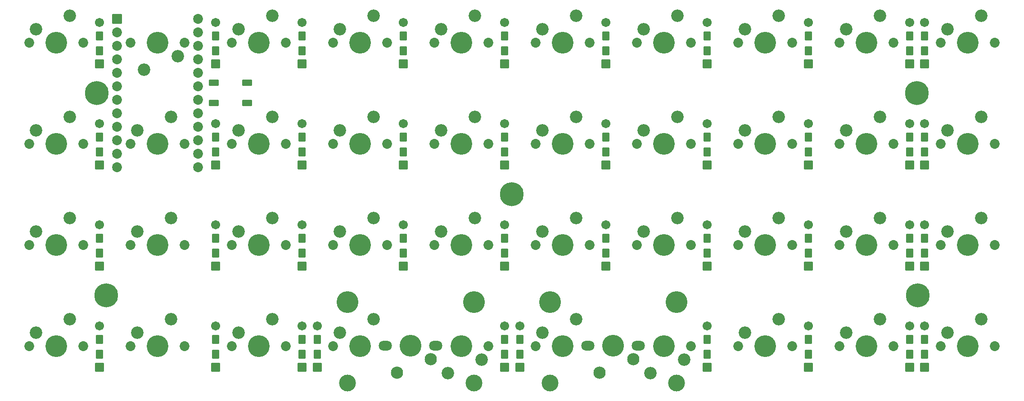
<source format=gbs>
G04 #@! TF.GenerationSoftware,KiCad,Pcbnew,(6.0.0)*
G04 #@! TF.CreationDate,2023-02-08T23:18:21+02:00*
G04 #@! TF.ProjectId,electrolyte,656c6563-7472-46f6-9c79-74652e6b6963,v1.fun*
G04 #@! TF.SameCoordinates,Original*
G04 #@! TF.FileFunction,Soldermask,Bot*
G04 #@! TF.FilePolarity,Negative*
%FSLAX46Y46*%
G04 Gerber Fmt 4.6, Leading zero omitted, Abs format (unit mm)*
G04 Created by KiCad (PCBNEW (6.0.0)) date 2023-02-08 23:18:21*
%MOMM*%
%LPD*%
G01*
G04 APERTURE LIST*
G04 Aperture macros list*
%AMRoundRect*
0 Rectangle with rounded corners*
0 $1 Rounding radius*
0 $2 $3 $4 $5 $6 $7 $8 $9 X,Y pos of 4 corners*
0 Add a 4 corners polygon primitive as box body*
4,1,4,$2,$3,$4,$5,$6,$7,$8,$9,$2,$3,0*
0 Add four circle primitives for the rounded corners*
1,1,$1+$1,$2,$3*
1,1,$1+$1,$4,$5*
1,1,$1+$1,$6,$7*
1,1,$1+$1,$8,$9*
0 Add four rect primitives between the rounded corners*
20,1,$1+$1,$2,$3,$4,$5,0*
20,1,$1+$1,$4,$5,$6,$7,0*
20,1,$1+$1,$6,$7,$8,$9,0*
20,1,$1+$1,$8,$9,$2,$3,0*%
G04 Aperture macros list end*
%ADD10RoundRect,0.051000X-0.600000X0.800000X-0.600000X-0.800000X0.600000X-0.800000X0.600000X0.800000X0*%
%ADD11RoundRect,0.051000X-0.800000X0.800000X-0.800000X-0.800000X0.800000X-0.800000X0.800000X0.800000X0*%
%ADD12C,1.702000*%
%ADD13C,1.852000*%
%ADD14C,4.089800*%
%ADD15C,2.352000*%
%ADD16RoundRect,0.051000X-0.876300X0.876300X-0.876300X-0.876300X0.876300X-0.876300X0.876300X0.876300X0*%
%ADD17C,1.854600*%
%ADD18C,4.502000*%
%ADD19C,4.102000*%
%ADD20O,2.482000X1.852000*%
%ADD21C,3.152000*%
%ADD22C,2.302000*%
%ADD23RoundRect,0.051000X0.850000X0.500000X-0.850000X0.500000X-0.850000X-0.500000X0.850000X-0.500000X0*%
G04 APERTURE END LIST*
D10*
X34067750Y-27212750D03*
D11*
X34067750Y-29712750D03*
D12*
X34067750Y-21912750D03*
D10*
X34067750Y-24412750D03*
D11*
X34067750Y-48762750D03*
D10*
X34067750Y-46262750D03*
X34067750Y-43462750D03*
D12*
X34067750Y-40962750D03*
D11*
X34067750Y-67812750D03*
D10*
X34067750Y-65312750D03*
X34067750Y-62512750D03*
D12*
X34067750Y-60012750D03*
D10*
X34067750Y-84362750D03*
D11*
X34067750Y-86862750D03*
D10*
X34067750Y-81562750D03*
D12*
X34067750Y-79062750D03*
D10*
X55911750Y-27212750D03*
D11*
X55911750Y-29712750D03*
D10*
X55911750Y-24412750D03*
D12*
X55911750Y-21912750D03*
D11*
X55911750Y-48762750D03*
D10*
X55911750Y-46262750D03*
D12*
X55911750Y-40962750D03*
D10*
X55911750Y-43462750D03*
X55911750Y-65312750D03*
D11*
X55911750Y-67812750D03*
D10*
X55911750Y-62512750D03*
D12*
X55911750Y-60012750D03*
D10*
X55911750Y-84362750D03*
D11*
X55911750Y-86862750D03*
D10*
X55911750Y-81562750D03*
D12*
X55911750Y-79062750D03*
D10*
X72167750Y-27212750D03*
D11*
X72167750Y-29712750D03*
D12*
X72167750Y-21912750D03*
D10*
X72167750Y-24412750D03*
D11*
X72167750Y-48762750D03*
D10*
X72167750Y-46262750D03*
X72167750Y-43462750D03*
D12*
X72167750Y-40962750D03*
D10*
X72167750Y-65312750D03*
D11*
X72167750Y-67812750D03*
D10*
X72167750Y-62512750D03*
D12*
X72167750Y-60012750D03*
D11*
X72167750Y-86862750D03*
D10*
X72167750Y-84362750D03*
X72167750Y-81562750D03*
D12*
X72167750Y-79062750D03*
D10*
X91217750Y-27212750D03*
D11*
X91217750Y-29712750D03*
D12*
X91217750Y-21912750D03*
D10*
X91217750Y-24412750D03*
D11*
X91217750Y-48762750D03*
D10*
X91217750Y-46262750D03*
D12*
X91217750Y-40962750D03*
D10*
X91217750Y-43462750D03*
D11*
X91217750Y-67812750D03*
D10*
X91217750Y-65312750D03*
D12*
X91217750Y-60012750D03*
D10*
X91217750Y-62512750D03*
X75000000Y-84362750D03*
D11*
X75000000Y-86862750D03*
D10*
X75000000Y-81562750D03*
D12*
X75000000Y-79062750D03*
D10*
X110267750Y-27212750D03*
D11*
X110267750Y-29712750D03*
D10*
X110267750Y-24412750D03*
D12*
X110267750Y-21912750D03*
D11*
X110267750Y-48762750D03*
D10*
X110267750Y-46262750D03*
X110267750Y-43462750D03*
D12*
X110267750Y-40962750D03*
D10*
X110267750Y-65312750D03*
D11*
X110267750Y-67812750D03*
D10*
X110267750Y-62512750D03*
D12*
X110267750Y-60012750D03*
D11*
X110267750Y-86862750D03*
D10*
X110267750Y-84362750D03*
X110267750Y-81562750D03*
D12*
X110267750Y-79062750D03*
D11*
X129317750Y-29712750D03*
D10*
X129317750Y-27212750D03*
X129317750Y-24412750D03*
D12*
X129317750Y-21912750D03*
D11*
X129317750Y-48762750D03*
D10*
X129317750Y-46262750D03*
X129317750Y-43462750D03*
D12*
X129317750Y-40962750D03*
D11*
X129317750Y-67812750D03*
D10*
X129317750Y-65312750D03*
X129317750Y-62512750D03*
D12*
X129317750Y-60012750D03*
D10*
X113100000Y-84362750D03*
D11*
X113100000Y-86862750D03*
D10*
X113100000Y-81562750D03*
D12*
X113100000Y-79062750D03*
D10*
X148367750Y-27212750D03*
D11*
X148367750Y-29712750D03*
D10*
X148367750Y-24412750D03*
D12*
X148367750Y-21912750D03*
D11*
X148367750Y-48762750D03*
D10*
X148367750Y-46262750D03*
X148367750Y-43462750D03*
D12*
X148367750Y-40962750D03*
D11*
X148367750Y-67812750D03*
D10*
X148367750Y-65312750D03*
D12*
X148367750Y-60012750D03*
D10*
X148367750Y-62512750D03*
X148367750Y-84362750D03*
D11*
X148367750Y-86862750D03*
D10*
X148367750Y-81562750D03*
D12*
X148367750Y-79062750D03*
D11*
X167417750Y-29712750D03*
D10*
X167417750Y-27212750D03*
X167417750Y-24412750D03*
D12*
X167417750Y-21912750D03*
D10*
X167417750Y-46262750D03*
D11*
X167417750Y-48762750D03*
D12*
X167417750Y-40962750D03*
D10*
X167417750Y-43462750D03*
X167417750Y-65312750D03*
D11*
X167417750Y-67812750D03*
D12*
X167417750Y-60012750D03*
D10*
X167417750Y-62512750D03*
X167417750Y-84362750D03*
D11*
X167417750Y-86862750D03*
D12*
X167417750Y-79062750D03*
D10*
X167417750Y-81562750D03*
D11*
X186467750Y-29712750D03*
D10*
X186467750Y-27212750D03*
X186467750Y-24412750D03*
D12*
X186467750Y-21912750D03*
D10*
X186467750Y-46262750D03*
D11*
X186467750Y-48762750D03*
D12*
X186467750Y-40962750D03*
D10*
X186467750Y-43462750D03*
D11*
X186467750Y-67812750D03*
D10*
X186467750Y-65312750D03*
D12*
X186467750Y-60012750D03*
D10*
X186467750Y-62512750D03*
X186467750Y-84362750D03*
D11*
X186467750Y-86862750D03*
D10*
X186467750Y-81562750D03*
D12*
X186467750Y-79062750D03*
D11*
X189261750Y-29712750D03*
D10*
X189261750Y-27212750D03*
X189261750Y-24412750D03*
D12*
X189261750Y-21912750D03*
D11*
X189261750Y-48762750D03*
D10*
X189261750Y-46262750D03*
D12*
X189261750Y-40962750D03*
D10*
X189261750Y-43462750D03*
D11*
X189261750Y-67812750D03*
D10*
X189261750Y-65312750D03*
D12*
X189261750Y-60012750D03*
D10*
X189261750Y-62512750D03*
D11*
X189261750Y-86862750D03*
D10*
X189261750Y-84362750D03*
X189261750Y-81562750D03*
D12*
X189261750Y-79062750D03*
D13*
X20859750Y-25685750D03*
X31019750Y-25685750D03*
D14*
X25939750Y-25685750D03*
D15*
X22129750Y-23145750D03*
X28479750Y-20605750D03*
D13*
X20859750Y-44735750D03*
X31019750Y-44735750D03*
D14*
X25939750Y-44735750D03*
D15*
X22129750Y-42195750D03*
X28479750Y-39655750D03*
D14*
X25939750Y-63785750D03*
D13*
X31019750Y-63785750D03*
X20859750Y-63785750D03*
D15*
X22129750Y-61245750D03*
X28479750Y-58705750D03*
D13*
X31019750Y-82835750D03*
X20859750Y-82835750D03*
D14*
X25939750Y-82835750D03*
D15*
X22129750Y-80295750D03*
X28479750Y-77755750D03*
D13*
X50069750Y-25685750D03*
X39909750Y-25685750D03*
D14*
X44989750Y-25685750D03*
D15*
X48799750Y-28225750D03*
X42449750Y-30765750D03*
D13*
X39909750Y-44735750D03*
X50069750Y-44735750D03*
D14*
X44989750Y-44735750D03*
D15*
X41179750Y-42195750D03*
X47529750Y-39655750D03*
D13*
X39909750Y-63785750D03*
D14*
X44989750Y-63785750D03*
D13*
X50069750Y-63785750D03*
D15*
X41179750Y-61245750D03*
X47529750Y-58705750D03*
D14*
X44989750Y-82835750D03*
D13*
X39909750Y-82835750D03*
X50069750Y-82835750D03*
D15*
X41179750Y-80295750D03*
X47529750Y-77755750D03*
D13*
X69119750Y-25685750D03*
D14*
X64039750Y-25685750D03*
D13*
X58959750Y-25685750D03*
D15*
X60229750Y-23145750D03*
X66579750Y-20605750D03*
D13*
X69119750Y-44735750D03*
X58959750Y-44735750D03*
D14*
X64039750Y-44735750D03*
D15*
X60229750Y-42195750D03*
X66579750Y-39655750D03*
D14*
X64039750Y-63785750D03*
D13*
X58959750Y-63785750D03*
X69119750Y-63785750D03*
D15*
X60229750Y-61245750D03*
X66579750Y-58705750D03*
D13*
X69119750Y-82835750D03*
D14*
X64039750Y-82835750D03*
D13*
X58959750Y-82835750D03*
D15*
X60229750Y-80295750D03*
X66579750Y-77755750D03*
D14*
X83089750Y-25685750D03*
D13*
X88169750Y-25685750D03*
X78009750Y-25685750D03*
D15*
X79279750Y-23145750D03*
X85629750Y-20605750D03*
D13*
X78009750Y-44735750D03*
D14*
X83089750Y-44735750D03*
D13*
X88169750Y-44735750D03*
D15*
X79279750Y-42195750D03*
X85629750Y-39655750D03*
D13*
X78009750Y-63785750D03*
X88169750Y-63785750D03*
D14*
X83089750Y-63785750D03*
D15*
X79279750Y-61245750D03*
X85629750Y-58705750D03*
D14*
X83089750Y-82835750D03*
D13*
X78009750Y-82835750D03*
D15*
X79279750Y-80295750D03*
X85629750Y-77755750D03*
D14*
X102139750Y-25685750D03*
D13*
X107219750Y-25685750D03*
X97059750Y-25685750D03*
D15*
X98329750Y-23145750D03*
X104679750Y-20605750D03*
X104679750Y-39655750D03*
X98329750Y-42195750D03*
D14*
X102139750Y-44735750D03*
D13*
X107219750Y-44735750D03*
X97059750Y-44735750D03*
X107219750Y-63785750D03*
X97059750Y-63785750D03*
D14*
X102139750Y-63785750D03*
D15*
X98329750Y-61245750D03*
X104679750Y-58705750D03*
D14*
X102139750Y-82835750D03*
D13*
X107219750Y-82835750D03*
D15*
X105949750Y-85375750D03*
X99599750Y-87915750D03*
D13*
X126269750Y-25685750D03*
X116109750Y-25685750D03*
D14*
X121189750Y-25685750D03*
D15*
X117379750Y-23145750D03*
X123729750Y-20605750D03*
D14*
X121189750Y-44735750D03*
D13*
X126269750Y-44735750D03*
X116109750Y-44735750D03*
D15*
X117379750Y-42195750D03*
X123729750Y-39655750D03*
D14*
X121189750Y-63785750D03*
D13*
X116109750Y-63785750D03*
X126269750Y-63785750D03*
D15*
X117379750Y-61245750D03*
X123729750Y-58705750D03*
D13*
X116109750Y-82835750D03*
D14*
X121189750Y-82835750D03*
D15*
X117379750Y-80295750D03*
X123729750Y-77755750D03*
D13*
X145319750Y-25685750D03*
D14*
X140239750Y-25685750D03*
D13*
X135159750Y-25685750D03*
D15*
X136429750Y-23145750D03*
X142779750Y-20605750D03*
X142779750Y-39655750D03*
X136429750Y-42195750D03*
D13*
X135159750Y-44735750D03*
D14*
X140239750Y-44735750D03*
D13*
X145319750Y-44735750D03*
D15*
X142779750Y-58705750D03*
X136429750Y-61245750D03*
D14*
X140239750Y-63785750D03*
D13*
X145319750Y-63785750D03*
X135159750Y-63785750D03*
D14*
X140239750Y-82835750D03*
D13*
X145319750Y-82835750D03*
D15*
X144049750Y-85375750D03*
X137699750Y-87915750D03*
D13*
X154209750Y-25685750D03*
X164369750Y-25685750D03*
D14*
X159289750Y-25685750D03*
D15*
X155479750Y-23145750D03*
X161829750Y-20605750D03*
D14*
X159289750Y-44735750D03*
D13*
X154209750Y-44735750D03*
X164369750Y-44735750D03*
D15*
X155479750Y-42195750D03*
X161829750Y-39655750D03*
X161829750Y-58705750D03*
X155479750Y-61245750D03*
D13*
X164369750Y-63785750D03*
D14*
X159289750Y-63785750D03*
D13*
X154209750Y-63785750D03*
X164369750Y-82835750D03*
D14*
X159289750Y-82835750D03*
D13*
X154209750Y-82835750D03*
D15*
X155479750Y-80295750D03*
X161829750Y-77755750D03*
D13*
X173259750Y-25685750D03*
X183419750Y-25685750D03*
D14*
X178339750Y-25685750D03*
D15*
X174529750Y-23145750D03*
X180879750Y-20605750D03*
D13*
X183419750Y-44735750D03*
D14*
X178339750Y-44735750D03*
D13*
X173259750Y-44735750D03*
D15*
X174529750Y-42195750D03*
X180879750Y-39655750D03*
D13*
X183419750Y-63785750D03*
X173259750Y-63785750D03*
D14*
X178339750Y-63785750D03*
D15*
X174529750Y-61245750D03*
X180879750Y-58705750D03*
D14*
X178339750Y-82835750D03*
D13*
X173259750Y-82835750D03*
X183419750Y-82835750D03*
D15*
X174529750Y-80295750D03*
X180879750Y-77755750D03*
D13*
X192309750Y-25685750D03*
X202469750Y-25685750D03*
D14*
X197389750Y-25685750D03*
D15*
X193579750Y-23145750D03*
X199929750Y-20605750D03*
D13*
X202469750Y-44735750D03*
D14*
X197389750Y-44735750D03*
D13*
X192309750Y-44735750D03*
D15*
X193579750Y-42195750D03*
X199929750Y-39655750D03*
D13*
X192309750Y-63785750D03*
X202469750Y-63785750D03*
D14*
X197389750Y-63785750D03*
D15*
X193579750Y-61245750D03*
X199929750Y-58705750D03*
D13*
X202469750Y-82835750D03*
D14*
X197389750Y-82835750D03*
D13*
X192309750Y-82835750D03*
D15*
X193579750Y-80295750D03*
X199929750Y-77755750D03*
D16*
X37369750Y-21240750D03*
D17*
X37369750Y-23780750D03*
X37369750Y-26320750D03*
X37369750Y-28860750D03*
X37369750Y-31400750D03*
X37369750Y-33940750D03*
X37369750Y-36480750D03*
X37369750Y-39020750D03*
X37369750Y-41560750D03*
X37369750Y-44100750D03*
X37369750Y-46640750D03*
X37369750Y-49180750D03*
X52609750Y-49180750D03*
X52609750Y-46640750D03*
X52609750Y-44100750D03*
X52609750Y-41560750D03*
X52609750Y-39020750D03*
X52609750Y-36480750D03*
X52609750Y-33940750D03*
X52609750Y-31400750D03*
X52609750Y-28860750D03*
X52609750Y-26320750D03*
X52609750Y-23780750D03*
X52609750Y-21240750D03*
D18*
X33528000Y-35179000D03*
X35306000Y-73279000D03*
X187960000Y-73279000D03*
X111633000Y-54229000D03*
X187833000Y-35179000D03*
D19*
X92600000Y-82800000D03*
D20*
X87860000Y-82800000D03*
D21*
X80700000Y-89800000D03*
X104500000Y-89800000D03*
D19*
X80700000Y-74560000D03*
X104500000Y-74560000D03*
D20*
X97340000Y-82800000D03*
D22*
X90060000Y-87880000D03*
X96410000Y-85340000D03*
D20*
X135440000Y-82800000D03*
X125960000Y-82800000D03*
D19*
X130700000Y-82800000D03*
X142600000Y-74560000D03*
D21*
X142600000Y-89800000D03*
D19*
X118800000Y-74560000D03*
D21*
X118800000Y-89800000D03*
D22*
X128160000Y-87880000D03*
X134510000Y-85340000D03*
D23*
X55565000Y-33211000D03*
X61865000Y-33211000D03*
X55565000Y-37011000D03*
X61865000Y-37011000D03*
M02*

</source>
